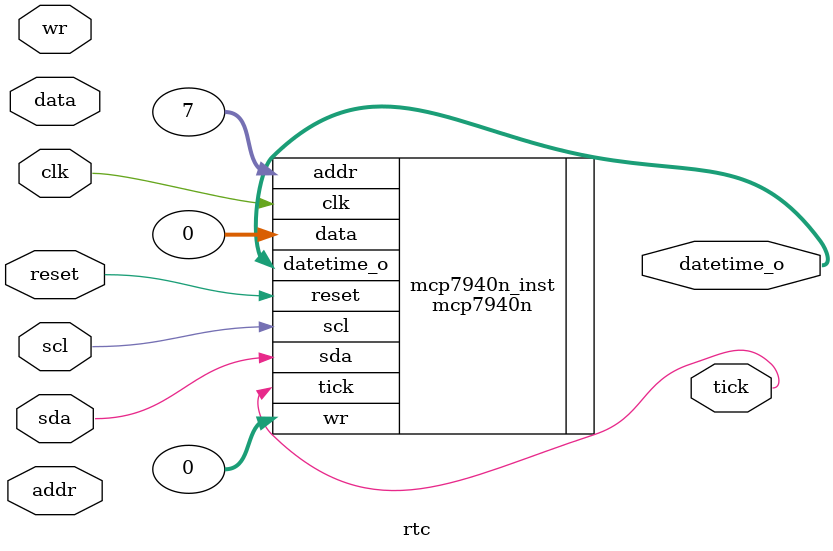
<source format=v>
module rtc
(
  input  wire        clk,        // System clock, wr_ctrl should be synchronous to this
  input  wire        reset,      // 1:reset - puts I2C bus into idle state
  input  wire        wr,         // write enable
  input  wire [2:0]  addr,       // 0-6:writing, 7:circular reading
  input  wire [7:0]  data,       // data to write at addr
  output reg         tick,       // ticks every second -> 1: datetime_o is valid
  output wire [55:0] datetime_o, // BCD {YY,MM,DD, WD, HH,MM,SS}
  inout  wire        sda,        // I2C Serial data line, pulled high at board level
  inout  wire        scl         // I2C Serial clock line, pulled high at board level
);
  mcp7940n
  #(
    .c_clk_mhz(25),
    .c_slow_bits(18)
  )
  mcp7940n_inst
  (
    .clk(clk),
    .reset(reset),
    .wr(0),
    .addr(7),
    .data(0),
    .tick(tick),
    .datetime_o(datetime_o),
    .sda(sda),
    .scl(scl)
  );

endmodule

</source>
